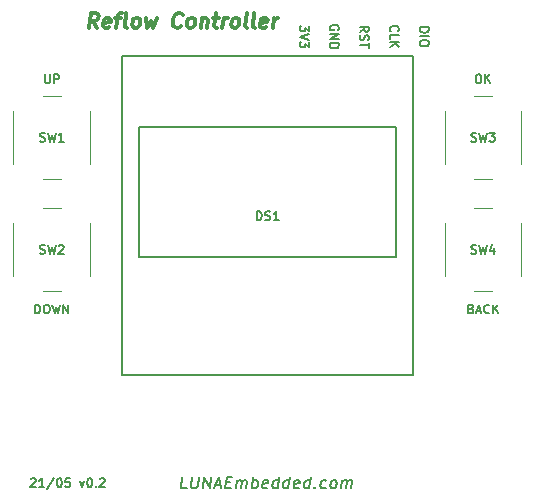
<source format=gbr>
%TF.GenerationSoftware,KiCad,Pcbnew,5.1.10*%
%TF.CreationDate,2021-05-04T11:05:08+02:00*%
%TF.ProjectId,Mainboard,4d61696e-626f-4617-9264-2e6b69636164,rev?*%
%TF.SameCoordinates,Original*%
%TF.FileFunction,Legend,Top*%
%TF.FilePolarity,Positive*%
%FSLAX46Y46*%
G04 Gerber Fmt 4.6, Leading zero omitted, Abs format (unit mm)*
G04 Created by KiCad (PCBNEW 5.1.10) date 2021-05-04 11:05:08*
%MOMM*%
%LPD*%
G01*
G04 APERTURE LIST*
%ADD10C,0.200000*%
%ADD11C,0.150000*%
%ADD12C,0.300000*%
%ADD13C,0.120000*%
G04 APERTURE END LIST*
D10*
X-6842142Y-20452380D02*
X-7318333Y-20452380D01*
X-7193333Y-19452380D01*
X-6383809Y-19452380D02*
X-6485000Y-20261904D01*
X-6449285Y-20357142D01*
X-6407619Y-20404761D01*
X-6318333Y-20452380D01*
X-6127857Y-20452380D01*
X-6026666Y-20404761D01*
X-5973095Y-20357142D01*
X-5913571Y-20261904D01*
X-5812380Y-19452380D01*
X-5461190Y-20452380D02*
X-5336190Y-19452380D01*
X-4889761Y-20452380D01*
X-4764761Y-19452380D01*
X-4425476Y-20166666D02*
X-3949285Y-20166666D01*
X-4556428Y-20452380D02*
X-4098095Y-19452380D01*
X-3889761Y-20452380D01*
X-3490952Y-19928571D02*
X-3157619Y-19928571D01*
X-3080238Y-20452380D02*
X-3556428Y-20452380D01*
X-3431428Y-19452380D01*
X-2955238Y-19452380D01*
X-2651666Y-20452380D02*
X-2568333Y-19785714D01*
X-2580238Y-19880952D02*
X-2526666Y-19833333D01*
X-2425476Y-19785714D01*
X-2282619Y-19785714D01*
X-2193333Y-19833333D01*
X-2157619Y-19928571D01*
X-2223095Y-20452380D01*
X-2157619Y-19928571D02*
X-2098095Y-19833333D01*
X-1996904Y-19785714D01*
X-1854047Y-19785714D01*
X-1764761Y-19833333D01*
X-1729047Y-19928571D01*
X-1794523Y-20452380D01*
X-1318333Y-20452380D02*
X-1193333Y-19452380D01*
X-1240952Y-19833333D02*
X-1139761Y-19785714D01*
X-949285Y-19785714D01*
X-860000Y-19833333D01*
X-818333Y-19880952D01*
X-782619Y-19976190D01*
X-818333Y-20261904D01*
X-877857Y-20357142D01*
X-931428Y-20404761D01*
X-1032619Y-20452380D01*
X-1223095Y-20452380D01*
X-1312380Y-20404761D01*
X-26666Y-20404761D02*
X-127857Y-20452380D01*
X-318333Y-20452380D01*
X-407619Y-20404761D01*
X-443333Y-20309523D01*
X-395714Y-19928571D01*
X-336190Y-19833333D01*
X-235000Y-19785714D01*
X-44523Y-19785714D01*
X44761Y-19833333D01*
X80476Y-19928571D01*
X68571Y-20023809D01*
X-419523Y-20119047D01*
X872142Y-20452380D02*
X997142Y-19452380D01*
X878095Y-20404761D02*
X776904Y-20452380D01*
X586428Y-20452380D01*
X497142Y-20404761D01*
X455476Y-20357142D01*
X419761Y-20261904D01*
X455476Y-19976190D01*
X514999Y-19880952D01*
X568571Y-19833333D01*
X669761Y-19785714D01*
X860238Y-19785714D01*
X949523Y-19833333D01*
X1776904Y-20452380D02*
X1901904Y-19452380D01*
X1782857Y-20404761D02*
X1681666Y-20452380D01*
X1491190Y-20452380D01*
X1401904Y-20404761D01*
X1360238Y-20357142D01*
X1324523Y-20261904D01*
X1360238Y-19976190D01*
X1419761Y-19880952D01*
X1473333Y-19833333D01*
X1574523Y-19785714D01*
X1764999Y-19785714D01*
X1854285Y-19833333D01*
X2639999Y-20404761D02*
X2538809Y-20452380D01*
X2348333Y-20452380D01*
X2259047Y-20404761D01*
X2223333Y-20309523D01*
X2270952Y-19928571D01*
X2330476Y-19833333D01*
X2431666Y-19785714D01*
X2622142Y-19785714D01*
X2711428Y-19833333D01*
X2747142Y-19928571D01*
X2735238Y-20023809D01*
X2247142Y-20119047D01*
X3538809Y-20452380D02*
X3663809Y-19452380D01*
X3544761Y-20404761D02*
X3443571Y-20452380D01*
X3253095Y-20452380D01*
X3163809Y-20404761D01*
X3122142Y-20357142D01*
X3086428Y-20261904D01*
X3122142Y-19976190D01*
X3181666Y-19880952D01*
X3235238Y-19833333D01*
X3336428Y-19785714D01*
X3526904Y-19785714D01*
X3616190Y-19833333D01*
X4026904Y-20357142D02*
X4068571Y-20404761D01*
X4014999Y-20452380D01*
X3973333Y-20404761D01*
X4026904Y-20357142D01*
X4014999Y-20452380D01*
X4925714Y-20404761D02*
X4824523Y-20452380D01*
X4634047Y-20452380D01*
X4544761Y-20404761D01*
X4503095Y-20357142D01*
X4467380Y-20261904D01*
X4503095Y-19976190D01*
X4562619Y-19880952D01*
X4616190Y-19833333D01*
X4717380Y-19785714D01*
X4907857Y-19785714D01*
X4997142Y-19833333D01*
X5491190Y-20452380D02*
X5401904Y-20404761D01*
X5360238Y-20357142D01*
X5324523Y-20261904D01*
X5360238Y-19976190D01*
X5419761Y-19880952D01*
X5473333Y-19833333D01*
X5574523Y-19785714D01*
X5717380Y-19785714D01*
X5806666Y-19833333D01*
X5848333Y-19880952D01*
X5884047Y-19976190D01*
X5848333Y-20261904D01*
X5788809Y-20357142D01*
X5735238Y-20404761D01*
X5634047Y-20452380D01*
X5491190Y-20452380D01*
X6253095Y-20452380D02*
X6336428Y-19785714D01*
X6324523Y-19880952D02*
X6378095Y-19833333D01*
X6479285Y-19785714D01*
X6622142Y-19785714D01*
X6711428Y-19833333D01*
X6747142Y-19928571D01*
X6681666Y-20452380D01*
X6747142Y-19928571D02*
X6806666Y-19833333D01*
X6907857Y-19785714D01*
X7050714Y-19785714D01*
X7139999Y-19833333D01*
X7175714Y-19928571D01*
X7110238Y-20452380D01*
D11*
X-20042857Y-19660714D02*
X-20007142Y-19625000D01*
X-19935714Y-19589285D01*
X-19757142Y-19589285D01*
X-19685714Y-19625000D01*
X-19649999Y-19660714D01*
X-19614285Y-19732142D01*
X-19614285Y-19803571D01*
X-19649999Y-19910714D01*
X-20078571Y-20339285D01*
X-19614285Y-20339285D01*
X-18900000Y-20339285D02*
X-19328571Y-20339285D01*
X-19114285Y-20339285D02*
X-19114285Y-19589285D01*
X-19185714Y-19696428D01*
X-19257142Y-19767857D01*
X-19328571Y-19803571D01*
X-18042857Y-19553571D02*
X-18685714Y-20517857D01*
X-17650000Y-19589285D02*
X-17578571Y-19589285D01*
X-17507142Y-19625000D01*
X-17471428Y-19660714D01*
X-17435714Y-19732142D01*
X-17400000Y-19875000D01*
X-17400000Y-20053571D01*
X-17435714Y-20196428D01*
X-17471428Y-20267857D01*
X-17507142Y-20303571D01*
X-17578571Y-20339285D01*
X-17650000Y-20339285D01*
X-17721428Y-20303571D01*
X-17757142Y-20267857D01*
X-17792857Y-20196428D01*
X-17828571Y-20053571D01*
X-17828571Y-19875000D01*
X-17792857Y-19732142D01*
X-17757142Y-19660714D01*
X-17721428Y-19625000D01*
X-17650000Y-19589285D01*
X-16721428Y-19589285D02*
X-17078571Y-19589285D01*
X-17114285Y-19946428D01*
X-17078571Y-19910714D01*
X-17007142Y-19875000D01*
X-16828571Y-19875000D01*
X-16757142Y-19910714D01*
X-16721428Y-19946428D01*
X-16685714Y-20017857D01*
X-16685714Y-20196428D01*
X-16721428Y-20267857D01*
X-16757142Y-20303571D01*
X-16828571Y-20339285D01*
X-17007142Y-20339285D01*
X-17078571Y-20303571D01*
X-17114285Y-20267857D01*
X-15864285Y-19839285D02*
X-15685714Y-20339285D01*
X-15507142Y-19839285D01*
X-15078571Y-19589285D02*
X-15007142Y-19589285D01*
X-14935714Y-19625000D01*
X-14899999Y-19660714D01*
X-14864285Y-19732142D01*
X-14828571Y-19875000D01*
X-14828571Y-20053571D01*
X-14864285Y-20196428D01*
X-14899999Y-20267857D01*
X-14935714Y-20303571D01*
X-15007142Y-20339285D01*
X-15078571Y-20339285D01*
X-15149999Y-20303571D01*
X-15185714Y-20267857D01*
X-15221428Y-20196428D01*
X-15257142Y-20053571D01*
X-15257142Y-19875000D01*
X-15221428Y-19732142D01*
X-15185714Y-19660714D01*
X-15149999Y-19625000D01*
X-15078571Y-19589285D01*
X-14507142Y-20267857D02*
X-14471428Y-20303571D01*
X-14507142Y-20339285D01*
X-14542857Y-20303571D01*
X-14507142Y-20267857D01*
X-14507142Y-20339285D01*
X-14185714Y-19660714D02*
X-14149999Y-19625000D01*
X-14078571Y-19589285D01*
X-13899999Y-19589285D01*
X-13828571Y-19625000D01*
X-13792857Y-19660714D01*
X-13757142Y-19732142D01*
X-13757142Y-19803571D01*
X-13792857Y-19910714D01*
X-14221428Y-20339285D01*
X-13757142Y-20339285D01*
D12*
X-14406741Y18534523D02*
X-14749002Y19129761D01*
X-15121026Y18534523D02*
X-14964776Y19784523D01*
X-14488586Y19784523D01*
X-14376979Y19725000D01*
X-14324895Y19665476D01*
X-14280252Y19546428D01*
X-14302574Y19367857D01*
X-14376979Y19248809D01*
X-14443943Y19189285D01*
X-14570431Y19129761D01*
X-15046622Y19129761D01*
X-13387395Y18594047D02*
X-13513883Y18534523D01*
X-13751979Y18534523D01*
X-13863586Y18594047D01*
X-13908229Y18713095D01*
X-13848705Y19189285D01*
X-13774300Y19308333D01*
X-13647812Y19367857D01*
X-13409717Y19367857D01*
X-13298110Y19308333D01*
X-13253467Y19189285D01*
X-13268348Y19070238D01*
X-13878467Y18951190D01*
X-12874002Y19367857D02*
X-12397812Y19367857D01*
X-12799598Y18534523D02*
X-12665669Y19605952D01*
X-12591264Y19725000D01*
X-12464776Y19784523D01*
X-12345729Y19784523D01*
X-11906741Y18534523D02*
X-12018348Y18594047D01*
X-12062991Y18713095D01*
X-11929062Y19784523D01*
X-11251979Y18534523D02*
X-11363586Y18594047D01*
X-11415669Y18653571D01*
X-11460312Y18772619D01*
X-11415669Y19129761D01*
X-11341264Y19248809D01*
X-11274300Y19308333D01*
X-11147812Y19367857D01*
X-10969241Y19367857D01*
X-10857633Y19308333D01*
X-10805550Y19248809D01*
X-10760907Y19129761D01*
X-10805550Y18772619D01*
X-10879955Y18653571D01*
X-10946919Y18594047D01*
X-11073407Y18534523D01*
X-11251979Y18534523D01*
X-10314479Y19367857D02*
X-10180550Y18534523D01*
X-9868050Y19129761D01*
X-9704360Y18534523D01*
X-9362098Y19367857D01*
X-7308526Y18653571D02*
X-7375491Y18594047D01*
X-7561502Y18534523D01*
X-7680550Y18534523D01*
X-7851681Y18594047D01*
X-7955848Y18713095D01*
X-8000491Y18832142D01*
X-8030252Y19070238D01*
X-8007931Y19248809D01*
X-7918645Y19486904D01*
X-7844241Y19605952D01*
X-7710312Y19725000D01*
X-7524300Y19784523D01*
X-7405252Y19784523D01*
X-7234122Y19725000D01*
X-7182038Y19665476D01*
X-6609122Y18534523D02*
X-6720729Y18594047D01*
X-6772812Y18653571D01*
X-6817455Y18772619D01*
X-6772812Y19129761D01*
X-6698407Y19248809D01*
X-6631443Y19308333D01*
X-6504955Y19367857D01*
X-6326383Y19367857D01*
X-6214776Y19308333D01*
X-6162693Y19248809D01*
X-6118050Y19129761D01*
X-6162693Y18772619D01*
X-6237098Y18653571D01*
X-6304062Y18594047D01*
X-6430550Y18534523D01*
X-6609122Y18534523D01*
X-5552574Y19367857D02*
X-5656741Y18534523D01*
X-5567455Y19248809D02*
X-5500491Y19308333D01*
X-5374002Y19367857D01*
X-5195431Y19367857D01*
X-5083824Y19308333D01*
X-5039181Y19189285D01*
X-5121026Y18534523D01*
X-4600193Y19367857D02*
X-4124002Y19367857D01*
X-4369538Y19784523D02*
X-4503467Y18713095D01*
X-4458824Y18594047D01*
X-4347217Y18534523D01*
X-4228169Y18534523D01*
X-3811502Y18534523D02*
X-3707336Y19367857D01*
X-3737098Y19129761D02*
X-3662693Y19248809D01*
X-3595729Y19308333D01*
X-3469241Y19367857D01*
X-3350193Y19367857D01*
X-2859122Y18534523D02*
X-2970729Y18594047D01*
X-3022812Y18653571D01*
X-3067455Y18772619D01*
X-3022812Y19129761D01*
X-2948407Y19248809D01*
X-2881443Y19308333D01*
X-2754955Y19367857D01*
X-2576383Y19367857D01*
X-2464776Y19308333D01*
X-2412693Y19248809D01*
X-2368050Y19129761D01*
X-2412693Y18772619D01*
X-2487098Y18653571D01*
X-2554062Y18594047D01*
X-2680550Y18534523D01*
X-2859122Y18534523D01*
X-1728169Y18534523D02*
X-1839776Y18594047D01*
X-1884419Y18713095D01*
X-1750491Y19784523D01*
X-1073407Y18534523D02*
X-1185014Y18594047D01*
X-1229657Y18713095D01*
X-1095729Y19784523D01*
X-113586Y18594047D02*
X-240074Y18534523D01*
X-478169Y18534523D01*
X-589776Y18594047D01*
X-634419Y18713095D01*
X-574895Y19189285D01*
X-500491Y19308333D01*
X-374002Y19367857D01*
X-135907Y19367857D01*
X-24300Y19308333D01*
X20342Y19189285D01*
X5461Y19070238D01*
X-604657Y18951190D01*
X474211Y18534523D02*
X578377Y19367857D01*
X548616Y19129761D02*
X623020Y19248809D01*
X689985Y19308333D01*
X816473Y19367857D01*
X935520Y19367857D01*
D11*
X17232142Y-5246428D02*
X17339285Y-5282142D01*
X17375000Y-5317857D01*
X17410714Y-5389285D01*
X17410714Y-5496428D01*
X17375000Y-5567857D01*
X17339285Y-5603571D01*
X17267857Y-5639285D01*
X16982142Y-5639285D01*
X16982142Y-4889285D01*
X17232142Y-4889285D01*
X17303571Y-4925000D01*
X17339285Y-4960714D01*
X17375000Y-5032142D01*
X17375000Y-5103571D01*
X17339285Y-5175000D01*
X17303571Y-5210714D01*
X17232142Y-5246428D01*
X16982142Y-5246428D01*
X17696428Y-5425000D02*
X18053571Y-5425000D01*
X17625000Y-5639285D02*
X17875000Y-4889285D01*
X18125000Y-5639285D01*
X18803571Y-5567857D02*
X18767857Y-5603571D01*
X18660714Y-5639285D01*
X18589285Y-5639285D01*
X18482142Y-5603571D01*
X18410714Y-5532142D01*
X18375000Y-5460714D01*
X18339285Y-5317857D01*
X18339285Y-5210714D01*
X18375000Y-5067857D01*
X18410714Y-4996428D01*
X18482142Y-4925000D01*
X18589285Y-4889285D01*
X18660714Y-4889285D01*
X18767857Y-4925000D01*
X18803571Y-4960714D01*
X19125000Y-5639285D02*
X19125000Y-4889285D01*
X19553571Y-5639285D02*
X19232142Y-5210714D01*
X19553571Y-4889285D02*
X19125000Y-5317857D01*
X17803571Y14610714D02*
X17946428Y14610714D01*
X18017857Y14575000D01*
X18089285Y14503571D01*
X18125000Y14360714D01*
X18125000Y14110714D01*
X18089285Y13967857D01*
X18017857Y13896428D01*
X17946428Y13860714D01*
X17803571Y13860714D01*
X17732142Y13896428D01*
X17660714Y13967857D01*
X17625000Y14110714D01*
X17625000Y14360714D01*
X17660714Y14503571D01*
X17732142Y14575000D01*
X17803571Y14610714D01*
X18446428Y13860714D02*
X18446428Y14610714D01*
X18875000Y13860714D02*
X18553571Y14289285D01*
X18875000Y14610714D02*
X18446428Y14182142D01*
X-19660714Y-5639285D02*
X-19660714Y-4889285D01*
X-19482142Y-4889285D01*
X-19375000Y-4925000D01*
X-19303571Y-4996428D01*
X-19267857Y-5067857D01*
X-19232142Y-5210714D01*
X-19232142Y-5317857D01*
X-19267857Y-5460714D01*
X-19303571Y-5532142D01*
X-19375000Y-5603571D01*
X-19482142Y-5639285D01*
X-19660714Y-5639285D01*
X-18767857Y-4889285D02*
X-18625000Y-4889285D01*
X-18553571Y-4925000D01*
X-18482142Y-4996428D01*
X-18446428Y-5139285D01*
X-18446428Y-5389285D01*
X-18482142Y-5532142D01*
X-18553571Y-5603571D01*
X-18625000Y-5639285D01*
X-18767857Y-5639285D01*
X-18839285Y-5603571D01*
X-18910714Y-5532142D01*
X-18946428Y-5389285D01*
X-18946428Y-5139285D01*
X-18910714Y-4996428D01*
X-18839285Y-4925000D01*
X-18767857Y-4889285D01*
X-18196428Y-4889285D02*
X-18017857Y-5639285D01*
X-17875000Y-5103571D01*
X-17732142Y-5639285D01*
X-17553571Y-4889285D01*
X-17267857Y-5639285D02*
X-17267857Y-4889285D01*
X-16839285Y-5639285D01*
X-16839285Y-4889285D01*
X-18839285Y14610714D02*
X-18839285Y14003571D01*
X-18803571Y13932142D01*
X-18767857Y13896428D01*
X-18696428Y13860714D01*
X-18553571Y13860714D01*
X-18482142Y13896428D01*
X-18446428Y13932142D01*
X-18410714Y14003571D01*
X-18410714Y14610714D01*
X-18053571Y13860714D02*
X-18053571Y14610714D01*
X-17767857Y14610714D01*
X-17696428Y14575000D01*
X-17660714Y14539285D01*
X-17625000Y14467857D01*
X-17625000Y14360714D01*
X-17660714Y14289285D01*
X-17696428Y14253571D01*
X-17767857Y14217857D01*
X-18053571Y14217857D01*
X12920714Y18567857D02*
X13670714Y18567857D01*
X13670714Y18389285D01*
X13635000Y18282142D01*
X13563571Y18210714D01*
X13492142Y18175000D01*
X13349285Y18139285D01*
X13242142Y18139285D01*
X13099285Y18175000D01*
X13027857Y18210714D01*
X12956428Y18282142D01*
X12920714Y18389285D01*
X12920714Y18567857D01*
X12920714Y17817857D02*
X13670714Y17817857D01*
X13670714Y17317857D02*
X13670714Y17175000D01*
X13635000Y17103571D01*
X13563571Y17032142D01*
X13420714Y16996428D01*
X13170714Y16996428D01*
X13027857Y17032142D01*
X12956428Y17103571D01*
X12920714Y17175000D01*
X12920714Y17317857D01*
X12956428Y17389285D01*
X13027857Y17460714D01*
X13170714Y17496428D01*
X13420714Y17496428D01*
X13563571Y17460714D01*
X13635000Y17389285D01*
X13670714Y17317857D01*
X10452142Y18246428D02*
X10416428Y18282142D01*
X10380714Y18389285D01*
X10380714Y18460714D01*
X10416428Y18567857D01*
X10487857Y18639285D01*
X10559285Y18675000D01*
X10702142Y18710714D01*
X10809285Y18710714D01*
X10952142Y18675000D01*
X11023571Y18639285D01*
X11095000Y18567857D01*
X11130714Y18460714D01*
X11130714Y18389285D01*
X11095000Y18282142D01*
X11059285Y18246428D01*
X10380714Y17567857D02*
X10380714Y17925000D01*
X11130714Y17925000D01*
X10380714Y17317857D02*
X11130714Y17317857D01*
X10380714Y16889285D02*
X10809285Y17210714D01*
X11130714Y16889285D02*
X10702142Y17317857D01*
X7840714Y18210714D02*
X8197857Y18460714D01*
X7840714Y18639285D02*
X8590714Y18639285D01*
X8590714Y18353571D01*
X8555000Y18282142D01*
X8519285Y18246428D01*
X8447857Y18210714D01*
X8340714Y18210714D01*
X8269285Y18246428D01*
X8233571Y18282142D01*
X8197857Y18353571D01*
X8197857Y18639285D01*
X7876428Y17925000D02*
X7840714Y17817857D01*
X7840714Y17639285D01*
X7876428Y17567857D01*
X7912142Y17532142D01*
X7983571Y17496428D01*
X8055000Y17496428D01*
X8126428Y17532142D01*
X8162142Y17567857D01*
X8197857Y17639285D01*
X8233571Y17782142D01*
X8269285Y17853571D01*
X8305000Y17889285D01*
X8376428Y17925000D01*
X8447857Y17925000D01*
X8519285Y17889285D01*
X8555000Y17853571D01*
X8590714Y17782142D01*
X8590714Y17603571D01*
X8555000Y17496428D01*
X8590714Y17282142D02*
X8590714Y16853571D01*
X7840714Y17067857D02*
X8590714Y17067857D01*
X6015000Y18371428D02*
X6050714Y18442857D01*
X6050714Y18550000D01*
X6015000Y18657142D01*
X5943571Y18728571D01*
X5872142Y18764285D01*
X5729285Y18800000D01*
X5622142Y18800000D01*
X5479285Y18764285D01*
X5407857Y18728571D01*
X5336428Y18657142D01*
X5300714Y18550000D01*
X5300714Y18478571D01*
X5336428Y18371428D01*
X5372142Y18335714D01*
X5622142Y18335714D01*
X5622142Y18478571D01*
X5300714Y18014285D02*
X6050714Y18014285D01*
X5300714Y17585714D01*
X6050714Y17585714D01*
X5300714Y17228571D02*
X6050714Y17228571D01*
X6050714Y17050000D01*
X6015000Y16942857D01*
X5943571Y16871428D01*
X5872142Y16835714D01*
X5729285Y16800000D01*
X5622142Y16800000D01*
X5479285Y16835714D01*
X5407857Y16871428D01*
X5336428Y16942857D01*
X5300714Y17050000D01*
X5300714Y17228571D01*
X3510714Y18728571D02*
X3510714Y18264285D01*
X3225000Y18514285D01*
X3225000Y18407142D01*
X3189285Y18335714D01*
X3153571Y18300000D01*
X3082142Y18264285D01*
X2903571Y18264285D01*
X2832142Y18300000D01*
X2796428Y18335714D01*
X2760714Y18407142D01*
X2760714Y18621428D01*
X2796428Y18692857D01*
X2832142Y18728571D01*
X3510714Y18050000D02*
X2760714Y17800000D01*
X3510714Y17550000D01*
X3510714Y17371428D02*
X3510714Y16907142D01*
X3225000Y17157142D01*
X3225000Y17050000D01*
X3189285Y16978571D01*
X3153571Y16942857D01*
X3082142Y16907142D01*
X2903571Y16907142D01*
X2832142Y16942857D01*
X2796428Y16978571D01*
X2760714Y17050000D01*
X2760714Y17264285D01*
X2796428Y17335714D01*
X2832142Y17371428D01*
D13*
%TO.C,SW4*%
X15000000Y2000000D02*
X15000000Y-2500000D01*
X19000000Y3250000D02*
X17500000Y3250000D01*
X21500000Y-2500000D02*
X21500000Y2000000D01*
X17500000Y-3750000D02*
X19000000Y-3750000D01*
%TO.C,SW3*%
X21500000Y7000000D02*
X21500000Y11500000D01*
X17500000Y5750000D02*
X19000000Y5750000D01*
X15000000Y11500000D02*
X15000000Y7000000D01*
X19000000Y12750000D02*
X17500000Y12750000D01*
%TO.C,SW2*%
X-21500000Y2000000D02*
X-21500000Y-2500000D01*
X-17500000Y3250000D02*
X-19000000Y3250000D01*
X-15000000Y-2500000D02*
X-15000000Y2000000D01*
X-19000000Y-3750000D02*
X-17500000Y-3750000D01*
%TO.C,SW1*%
X-15000000Y7000000D02*
X-15000000Y11500000D01*
X-19000000Y5750000D02*
X-17500000Y5750000D01*
X-21500000Y11500000D02*
X-21500000Y7000000D01*
X-17500000Y12750000D02*
X-19000000Y12750000D01*
D11*
%TO.C,DS1*%
X-12350000Y16120000D02*
X12350000Y16120000D01*
X12350000Y16120000D02*
X12350000Y-10880000D01*
X12350000Y-10880000D02*
X-12350000Y-10880000D01*
X-12350000Y-10880000D02*
X-12350000Y16120000D01*
X-10870000Y10120000D02*
X10870000Y10120000D01*
X10870000Y10120000D02*
X10870000Y-880000D01*
X10870000Y-880000D02*
X-10870000Y-880000D01*
X-10870000Y-880000D02*
X-10870000Y10120000D01*
%TO.C,SW4*%
X17250000Y-553571D02*
X17357142Y-589285D01*
X17535714Y-589285D01*
X17607142Y-553571D01*
X17642857Y-517857D01*
X17678571Y-446428D01*
X17678571Y-375000D01*
X17642857Y-303571D01*
X17607142Y-267857D01*
X17535714Y-232142D01*
X17392857Y-196428D01*
X17321428Y-160714D01*
X17285714Y-125000D01*
X17250000Y-53571D01*
X17250000Y17857D01*
X17285714Y89285D01*
X17321428Y125000D01*
X17392857Y160714D01*
X17571428Y160714D01*
X17678571Y125000D01*
X17928571Y160714D02*
X18107142Y-589285D01*
X18250000Y-53571D01*
X18392857Y-589285D01*
X18571428Y160714D01*
X19178571Y-89285D02*
X19178571Y-589285D01*
X19000000Y196428D02*
X18821428Y-339285D01*
X19285714Y-339285D01*
%TO.C,SW3*%
X17250000Y8946428D02*
X17357142Y8910714D01*
X17535714Y8910714D01*
X17607142Y8946428D01*
X17642857Y8982142D01*
X17678571Y9053571D01*
X17678571Y9125000D01*
X17642857Y9196428D01*
X17607142Y9232142D01*
X17535714Y9267857D01*
X17392857Y9303571D01*
X17321428Y9339285D01*
X17285714Y9375000D01*
X17250000Y9446428D01*
X17250000Y9517857D01*
X17285714Y9589285D01*
X17321428Y9625000D01*
X17392857Y9660714D01*
X17571428Y9660714D01*
X17678571Y9625000D01*
X17928571Y9660714D02*
X18107142Y8910714D01*
X18250000Y9446428D01*
X18392857Y8910714D01*
X18571428Y9660714D01*
X18785714Y9660714D02*
X19250000Y9660714D01*
X19000000Y9375000D01*
X19107142Y9375000D01*
X19178571Y9339285D01*
X19214285Y9303571D01*
X19250000Y9232142D01*
X19250000Y9053571D01*
X19214285Y8982142D01*
X19178571Y8946428D01*
X19107142Y8910714D01*
X18892857Y8910714D01*
X18821428Y8946428D01*
X18785714Y8982142D01*
%TO.C,SW2*%
X-19250000Y-553571D02*
X-19142857Y-589285D01*
X-18964285Y-589285D01*
X-18892857Y-553571D01*
X-18857142Y-517857D01*
X-18821428Y-446428D01*
X-18821428Y-375000D01*
X-18857142Y-303571D01*
X-18892857Y-267857D01*
X-18964285Y-232142D01*
X-19107142Y-196428D01*
X-19178571Y-160714D01*
X-19214285Y-125000D01*
X-19250000Y-53571D01*
X-19250000Y17857D01*
X-19214285Y89285D01*
X-19178571Y125000D01*
X-19107142Y160714D01*
X-18928571Y160714D01*
X-18821428Y125000D01*
X-18571428Y160714D02*
X-18392857Y-589285D01*
X-18250000Y-53571D01*
X-18107142Y-589285D01*
X-17928571Y160714D01*
X-17678571Y89285D02*
X-17642857Y125000D01*
X-17571428Y160714D01*
X-17392857Y160714D01*
X-17321428Y125000D01*
X-17285714Y89285D01*
X-17250000Y17857D01*
X-17250000Y-53571D01*
X-17285714Y-160714D01*
X-17714285Y-589285D01*
X-17250000Y-589285D01*
%TO.C,SW1*%
X-19250000Y8946428D02*
X-19142857Y8910714D01*
X-18964285Y8910714D01*
X-18892857Y8946428D01*
X-18857142Y8982142D01*
X-18821428Y9053571D01*
X-18821428Y9125000D01*
X-18857142Y9196428D01*
X-18892857Y9232142D01*
X-18964285Y9267857D01*
X-19107142Y9303571D01*
X-19178571Y9339285D01*
X-19214285Y9375000D01*
X-19250000Y9446428D01*
X-19250000Y9517857D01*
X-19214285Y9589285D01*
X-19178571Y9625000D01*
X-19107142Y9660714D01*
X-18928571Y9660714D01*
X-18821428Y9625000D01*
X-18571428Y9660714D02*
X-18392857Y8910714D01*
X-18250000Y9446428D01*
X-18107142Y8910714D01*
X-17928571Y9660714D01*
X-17250000Y8910714D02*
X-17678571Y8910714D01*
X-17464285Y8910714D02*
X-17464285Y9660714D01*
X-17535714Y9553571D01*
X-17607142Y9482142D01*
X-17678571Y9446428D01*
%TO.C,DS1*%
X-910714Y2260714D02*
X-910714Y3010714D01*
X-732142Y3010714D01*
X-624999Y2975000D01*
X-553571Y2903571D01*
X-517857Y2832142D01*
X-482142Y2689285D01*
X-482142Y2582142D01*
X-517857Y2439285D01*
X-553571Y2367857D01*
X-624999Y2296428D01*
X-732142Y2260714D01*
X-910714Y2260714D01*
X-196428Y2296428D02*
X-89285Y2260714D01*
X89285Y2260714D01*
X160714Y2296428D01*
X196428Y2332142D01*
X232142Y2403571D01*
X232142Y2475000D01*
X196428Y2546428D01*
X160714Y2582142D01*
X89285Y2617857D01*
X-53571Y2653571D01*
X-125000Y2689285D01*
X-160714Y2725000D01*
X-196428Y2796428D01*
X-196428Y2867857D01*
X-160714Y2939285D01*
X-125000Y2975000D01*
X-53571Y3010714D01*
X125000Y3010714D01*
X232142Y2975000D01*
X946428Y2260714D02*
X517857Y2260714D01*
X732142Y2260714D02*
X732142Y3010714D01*
X660714Y2903571D01*
X589285Y2832142D01*
X517857Y2796428D01*
%TD*%
M02*

</source>
